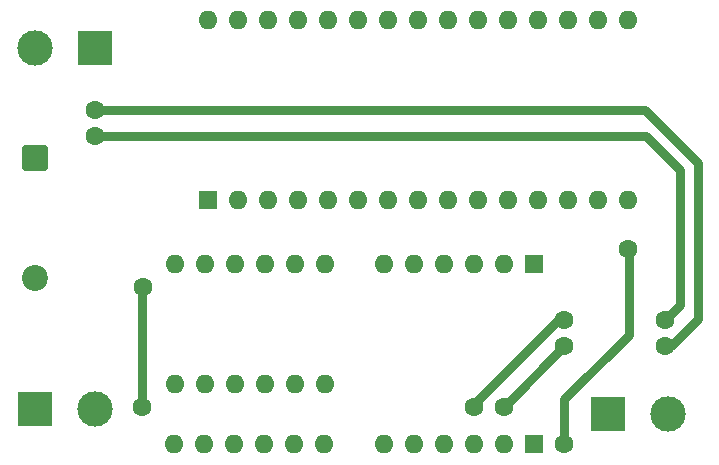
<source format=gbr>
%TF.GenerationSoftware,KiCad,Pcbnew,9.0.2*%
%TF.CreationDate,2025-07-25T14:57:03+06:00*%
%TF.ProjectId,bl2,626c322e-6b69-4636-9164-5f7063625858,rev?*%
%TF.SameCoordinates,Original*%
%TF.FileFunction,Copper,L1,Top*%
%TF.FilePolarity,Positive*%
%FSLAX46Y46*%
G04 Gerber Fmt 4.6, Leading zero omitted, Abs format (unit mm)*
G04 Created by KiCad (PCBNEW 9.0.2) date 2025-07-25 14:57:03*
%MOMM*%
%LPD*%
G01*
G04 APERTURE LIST*
G04 Aperture macros list*
%AMRoundRect*
0 Rectangle with rounded corners*
0 $1 Rounding radius*
0 $2 $3 $4 $5 $6 $7 $8 $9 X,Y pos of 4 corners*
0 Add a 4 corners polygon primitive as box body*
4,1,4,$2,$3,$4,$5,$6,$7,$8,$9,$2,$3,0*
0 Add four circle primitives for the rounded corners*
1,1,$1+$1,$2,$3*
1,1,$1+$1,$4,$5*
1,1,$1+$1,$6,$7*
1,1,$1+$1,$8,$9*
0 Add four rect primitives between the rounded corners*
20,1,$1+$1,$2,$3,$4,$5,0*
20,1,$1+$1,$4,$5,$6,$7,0*
20,1,$1+$1,$6,$7,$8,$9,0*
20,1,$1+$1,$8,$9,$2,$3,0*%
G04 Aperture macros list end*
%TA.AperFunction,ComponentPad*%
%ADD10R,1.600000X1.600000*%
%TD*%
%TA.AperFunction,ComponentPad*%
%ADD11O,1.600000X1.600000*%
%TD*%
%TA.AperFunction,ComponentPad*%
%ADD12R,3.000000X3.000000*%
%TD*%
%TA.AperFunction,ComponentPad*%
%ADD13C,3.000000*%
%TD*%
%TA.AperFunction,ComponentPad*%
%ADD14RoundRect,0.249999X-0.850001X0.850001X-0.850001X-0.850001X0.850001X-0.850001X0.850001X0.850001X0*%
%TD*%
%TA.AperFunction,ComponentPad*%
%ADD15C,2.200000*%
%TD*%
%TA.AperFunction,ViaPad*%
%ADD16C,1.600000*%
%TD*%
%TA.AperFunction,Conductor*%
%ADD17C,0.760000*%
%TD*%
G04 APERTURE END LIST*
D10*
%TO.P,U5,1,EEP*%
%TO.N,SLEEP*%
X169217044Y-83470000D03*
D11*
%TO.P,U5,2,OUT1*%
%TO.N,MLP*%
X166677044Y-83470000D03*
%TO.P,U5,3,OUT2*%
%TO.N,MLN*%
X164137044Y-83470000D03*
%TO.P,U5,4,OUT3*%
%TO.N,MRP*%
X161597044Y-83470000D03*
%TO.P,U5,5,OUT4*%
%TO.N,MRN*%
X159057044Y-83470000D03*
%TO.P,U5,6,ULT*%
%TO.N,unconnected-(U5-ULT-Pad6)*%
X156517044Y-83470000D03*
D10*
%TO.P,U5,7,IN4*%
%TO.N,ML1*%
X169217044Y-68230000D03*
D11*
%TO.P,U5,8,IN3*%
%TO.N,ML2*%
X166677044Y-68230000D03*
%TO.P,U5,9,GND*%
%TO.N,GND*%
X164137044Y-68230000D03*
%TO.P,U5,10,VCC*%
%TO.N,VBUS*%
X161597044Y-68230000D03*
%TO.P,U5,11,IN2*%
%TO.N,MR2*%
X159057044Y-68230000D03*
%TO.P,U5,12,IN1*%
%TO.N,MR1*%
X156517044Y-68230000D03*
%TD*%
D12*
%TO.P,REF\u002A\u002A,1*%
%TO.N,MRP*%
X175470000Y-80870000D03*
D13*
%TO.P,REF\u002A\u002A,2*%
%TO.N,MRN*%
X180550000Y-80870000D03*
%TD*%
D11*
%TO.P,U4,1,LV1*%
%TO.N,llcRX*%
X151515000Y-78330000D03*
%TO.P,U4,2,LV2*%
%TO.N,llcTX*%
X148975000Y-78330000D03*
%TO.P,U4,3,LV*%
%TO.N,+3.3V*%
X146435000Y-78330000D03*
%TO.P,U4,4,GND*%
%TO.N,GND*%
X143895000Y-78330000D03*
%TO.P,U4,5,LV3*%
%TO.N,unconnected-(U4-LV3-Pad5)*%
X141355000Y-78330000D03*
%TO.P,U4,6,LV4*%
%TO.N,unconnected-(U4-LV4-Pad6)*%
X138815000Y-78330000D03*
%TO.P,U4,7,HV1*%
%TO.N,NRX*%
X151515000Y-68170000D03*
%TO.P,U4,8,HV2*%
%TO.N,NTX*%
X148975000Y-68170000D03*
%TO.P,U4,9,HV*%
%TO.N,+5V*%
X146435000Y-68170000D03*
%TO.P,U4,10,GND*%
%TO.N,GND*%
X143895000Y-68170000D03*
%TO.P,U4,11,HV3*%
%TO.N,unconnected-(U4-HV3-Pad11)*%
X141355000Y-68170000D03*
%TO.P,U4,12,HV4*%
%TO.N,unconnected-(U4-HV4-Pad12)*%
X138815000Y-68170000D03*
%TD*%
D14*
%TO.P,D1,1,K*%
%TO.N,Net-(A1-VIN)*%
X126970000Y-59250000D03*
D15*
%TO.P,D1,2,A*%
%TO.N,VBUS*%
X126970000Y-69410000D03*
%TD*%
D11*
%TO.P,U3,1,EN*%
%TO.N,unconnected-(U3-EN-Pad1)*%
X138785000Y-83420000D03*
%TO.P,U3,2,VCC*%
%TO.N,+5V*%
X141325000Y-83420000D03*
%TO.P,U3,3,GND*%
%TO.N,GND*%
X143865000Y-83420000D03*
%TO.P,U3,4,TX*%
%TO.N,llcTX*%
X146405000Y-83420000D03*
%TO.P,U3,5,RX*%
%TO.N,llcRX*%
X148945000Y-83420000D03*
%TO.P,U3,6,STATE*%
%TO.N,unconnected-(U3-STATE-Pad6)*%
X151485000Y-83420000D03*
%TD*%
D10*
%TO.P,A1,1,D1/TX*%
%TO.N,unconnected-(A1-D1{slash}TX-Pad1)*%
X141670000Y-62790000D03*
D11*
%TO.P,A1,2,D0/RX*%
%TO.N,unconnected-(A1-D0{slash}RX-Pad2)*%
X144210000Y-62790000D03*
%TO.P,A1,3,~{RESET}*%
%TO.N,unconnected-(A1-~{RESET}-Pad3)*%
X146750000Y-62790000D03*
%TO.P,A1,4,GND*%
%TO.N,GND*%
X149290000Y-62790000D03*
%TO.P,A1,5,D2*%
%TO.N,NTX*%
X151830000Y-62790000D03*
%TO.P,A1,6,D3*%
%TO.N,NRX*%
X154370000Y-62790000D03*
%TO.P,A1,7,D4*%
%TO.N,unconnected-(A1-D4-Pad7)*%
X156910000Y-62790000D03*
%TO.P,A1,8,D5*%
%TO.N,unconnected-(A1-D5-Pad8)*%
X159450000Y-62790000D03*
%TO.P,A1,9,D6*%
%TO.N,MR1*%
X161990000Y-62790000D03*
%TO.P,A1,10,D7*%
%TO.N,MR2*%
X164530000Y-62790000D03*
%TO.P,A1,11,D8*%
%TO.N,unconnected-(A1-D8-Pad11)*%
X167070000Y-62790000D03*
%TO.P,A1,12,D9*%
%TO.N,unconnected-(A1-D9-Pad12)*%
X169610000Y-62790000D03*
%TO.P,A1,13,D10*%
%TO.N,ML2*%
X172150000Y-62790000D03*
%TO.P,A1,14,D11*%
%TO.N,ML1*%
X174690000Y-62790000D03*
%TO.P,A1,15,D12*%
%TO.N,SLEEP*%
X177230000Y-62790000D03*
%TO.P,A1,16,D13*%
%TO.N,unconnected-(A1-D13-Pad16)*%
X177230000Y-47550000D03*
%TO.P,A1,17,3V3*%
%TO.N,+3.3V*%
X174690000Y-47550000D03*
%TO.P,A1,18,AREF*%
%TO.N,unconnected-(A1-AREF-Pad18)*%
X172150000Y-47550000D03*
%TO.P,A1,19,A0*%
%TO.N,unconnected-(A1-A0-Pad19)*%
X169610000Y-47550000D03*
%TO.P,A1,20,A1*%
%TO.N,unconnected-(A1-A1-Pad20)*%
X167070000Y-47550000D03*
%TO.P,A1,21,A2*%
%TO.N,unconnected-(A1-A2-Pad21)*%
X164530000Y-47550000D03*
%TO.P,A1,22,A3*%
%TO.N,unconnected-(A1-A3-Pad22)*%
X161990000Y-47550000D03*
%TO.P,A1,23,A4*%
%TO.N,unconnected-(A1-A4-Pad23)*%
X159450000Y-47550000D03*
%TO.P,A1,24,A5*%
%TO.N,unconnected-(A1-A5-Pad24)*%
X156910000Y-47550000D03*
%TO.P,A1,25,A6*%
%TO.N,unconnected-(A1-A6-Pad25)*%
X154370000Y-47550000D03*
%TO.P,A1,26,A7*%
%TO.N,unconnected-(A1-A7-Pad26)*%
X151830000Y-47550000D03*
%TO.P,A1,27,+5V*%
%TO.N,+5V*%
X149290000Y-47550000D03*
%TO.P,A1,28,~{RESET}*%
%TO.N,unconnected-(A1-~{RESET}-Pad28)*%
X146750000Y-47550000D03*
%TO.P,A1,29,GND*%
%TO.N,GND*%
X144210000Y-47550000D03*
%TO.P,A1,30,VIN*%
%TO.N,Net-(A1-VIN)*%
X141670000Y-47550000D03*
%TD*%
D12*
%TO.P,REF\u002A\u002A,1*%
%TO.N,VBUS*%
X126970000Y-80505000D03*
D13*
%TO.P,REF\u002A\u002A,2*%
%TO.N,GND*%
X132050000Y-80505000D03*
%TD*%
D12*
%TO.P,REF\u002A\u002A,1*%
%TO.N,MLP*%
X132050000Y-49920000D03*
D13*
%TO.P,REF\u002A\u002A,2*%
%TO.N,MLN*%
X126970000Y-49920000D03*
%TD*%
D16*
%TO.N,SLEEP*%
X177220000Y-66900000D03*
X171810000Y-83460000D03*
%TO.N,+5V*%
X136060000Y-80290000D03*
X136120000Y-70180000D03*
%TO.N,MLP*%
X132070000Y-55140000D03*
X180320000Y-75170000D03*
X166677044Y-80280000D03*
X171780000Y-75170000D03*
%TO.N,MLN*%
X132070000Y-57390000D03*
X180320000Y-72920000D03*
X171780000Y-72920000D03*
X164137044Y-80280000D03*
%TD*%
D17*
%TO.N,SLEEP*%
X171810000Y-79650000D02*
X177250000Y-74210000D01*
X171810000Y-83460000D02*
X171810000Y-79650000D01*
X177250000Y-74210000D02*
X177250000Y-66930000D01*
X177250000Y-66930000D02*
X177220000Y-66900000D01*
%TO.N,+5V*%
X136060000Y-80290000D02*
X136060000Y-70240000D01*
X136060000Y-70240000D02*
X136120000Y-70180000D01*
%TO.N,MLP*%
X166677044Y-80280000D02*
X166677044Y-80272956D01*
X132070000Y-55140000D02*
X178611018Y-55140000D01*
X178611018Y-55140000D02*
X183101000Y-59629982D01*
X180814989Y-75170000D02*
X180320000Y-75170000D01*
X183101000Y-72883989D02*
X180814989Y-75170000D01*
X183101000Y-59629982D02*
X183101000Y-72883989D01*
X166677044Y-80272956D02*
X171780000Y-75170000D01*
%TO.N,MLN*%
X164137044Y-80042956D02*
X171260000Y-72920000D01*
X164137044Y-80280000D02*
X164137044Y-80042956D01*
X132070000Y-57390000D02*
X178710000Y-57390000D01*
X178710000Y-57390000D02*
X181580000Y-60260000D01*
X181580000Y-71680000D02*
X180340000Y-72920000D01*
X181580000Y-60260000D02*
X181580000Y-71680000D01*
X180340000Y-72920000D02*
X180320000Y-72920000D01*
X171260000Y-72920000D02*
X171780000Y-72920000D01*
%TD*%
M02*

</source>
